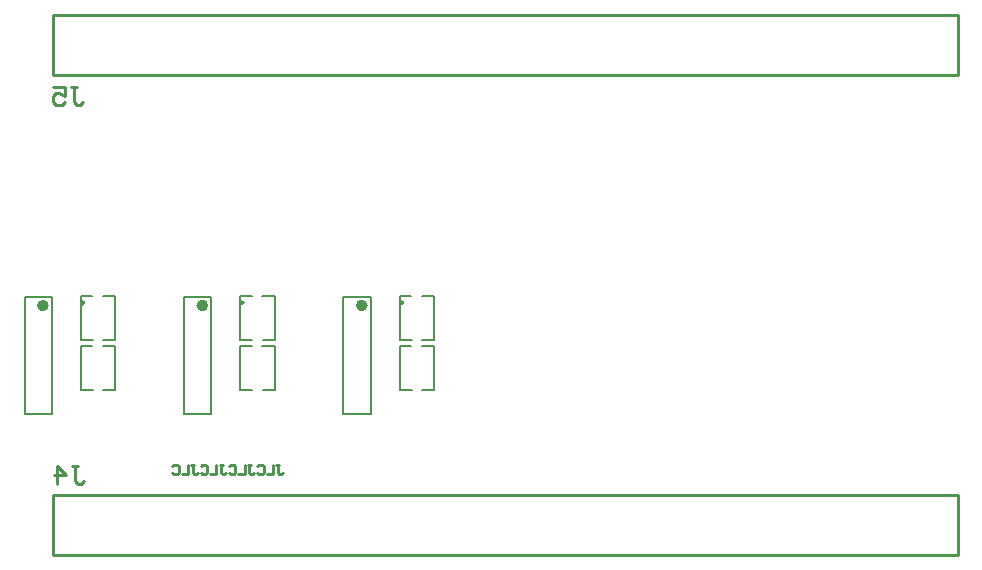
<source format=gbo>
G04*
G04 #@! TF.GenerationSoftware,Altium Limited,Altium Designer,20.2.6 (244)*
G04*
G04 Layer_Color=32896*
%FSLAX25Y25*%
%MOIN*%
G70*
G04*
G04 #@! TF.SameCoordinates,357903E5-7464-4FF3-9603-397411888FB0*
G04*
G04*
G04 #@! TF.FilePolarity,Positive*
G04*
G01*
G75*
%ADD11C,0.01000*%
%ADD14C,0.01968*%
%ADD16C,0.00787*%
%ADD69C,0.00984*%
D11*
X27165Y164488D02*
X327165D01*
X27165Y184488D02*
X327165D01*
X327952Y164488D02*
Y184488D01*
X26378Y164488D02*
Y184488D01*
X327165D02*
X327952D01*
X327165Y164488D02*
X327952D01*
X26378D02*
X27165D01*
X26378Y184488D02*
X27165D01*
X26378Y24488D02*
X27165D01*
X26378Y4488D02*
X27165D01*
X327165D02*
X327952D01*
X327165Y24488D02*
X327952D01*
X26378Y4488D02*
Y24488D01*
X327952Y4488D02*
Y24488D01*
X27165D02*
X327165D01*
X27165Y4488D02*
X327165D01*
X100825Y34550D02*
X101874D01*
X101349D01*
Y31926D01*
X101874Y31402D01*
X102399D01*
X102924Y31926D01*
X99775Y34550D02*
Y31402D01*
X97676D01*
X94527Y34025D02*
X95052Y34550D01*
X96102D01*
X96626Y34025D01*
Y31926D01*
X96102Y31402D01*
X95052D01*
X94527Y31926D01*
X91379Y34550D02*
X92428D01*
X91904D01*
Y31926D01*
X92428Y31402D01*
X92953D01*
X93478Y31926D01*
X90329Y34550D02*
Y31402D01*
X88230D01*
X85082Y34025D02*
X85606Y34550D01*
X86656D01*
X87181Y34025D01*
Y31926D01*
X86656Y31402D01*
X85606D01*
X85082Y31926D01*
X81933Y34550D02*
X82983D01*
X82458D01*
Y31926D01*
X82983Y31402D01*
X83507D01*
X84032Y31926D01*
X80884Y34550D02*
Y31402D01*
X78784D01*
X75636Y34025D02*
X76161Y34550D01*
X77210D01*
X77735Y34025D01*
Y31926D01*
X77210Y31402D01*
X76161D01*
X75636Y31926D01*
X72487Y34550D02*
X73537D01*
X73012D01*
Y31926D01*
X73537Y31402D01*
X74062D01*
X74586Y31926D01*
X71438Y34550D02*
Y31402D01*
X69339D01*
X66190Y34025D02*
X66715Y34550D01*
X67764D01*
X68289Y34025D01*
Y31926D01*
X67764Y31402D01*
X66715D01*
X66190Y31926D01*
X32496Y160479D02*
X34495D01*
X33495D01*
Y155481D01*
X34495Y154481D01*
X35495D01*
X36494Y155481D01*
X26498Y160479D02*
X30496D01*
Y157480D01*
X28497Y158480D01*
X27497D01*
X26498Y157480D01*
Y155481D01*
X27497Y154481D01*
X29497D01*
X30496Y155481D01*
X32867Y33986D02*
X34866D01*
X33866D01*
Y28988D01*
X34866Y27988D01*
X35866D01*
X36865Y28988D01*
X27868Y27988D02*
Y33986D01*
X30867Y30987D01*
X26869D01*
D14*
X130313Y87618D02*
G03*
X130313Y87618I-984J0D01*
G01*
X24014D02*
G03*
X24014Y87618I-984J0D01*
G01*
X77164D02*
G03*
X77164Y87618I-984J0D01*
G01*
D16*
X123237Y90571D02*
X132282D01*
X123237Y51595D02*
Y90571D01*
Y51595D02*
X132282D01*
Y90571D01*
X16938D02*
X25982D01*
X16938Y51595D02*
Y90571D01*
Y51595D02*
X25982D01*
Y90571D01*
X79132Y51595D02*
Y90571D01*
X70087Y51595D02*
X79132D01*
X70087D02*
Y90571D01*
X79132D01*
X35631Y90825D02*
X39567D01*
X35630Y76101D02*
X35631Y90825D01*
X35630Y76101D02*
X39725D01*
X43110Y76103D02*
X47125D01*
X47126Y90827D01*
X43030D02*
X47126D01*
X149330Y74291D02*
X153425D01*
X153424Y59567D02*
X153425Y74291D01*
X149409Y59567D02*
X153424D01*
X141929Y59565D02*
X146024D01*
X141929D02*
X141930Y74289D01*
X145866D01*
X149330Y90826D02*
X153425D01*
X153424Y76102D02*
X153425Y90826D01*
X149409Y76102D02*
X153424D01*
X141929Y76101D02*
X146024D01*
X141929D02*
X141930Y90825D01*
X145866D01*
X96180Y74292D02*
X100275D01*
X100274Y59568D02*
X100275Y74292D01*
X96259Y59568D02*
X100274D01*
X88779Y59566D02*
X92874D01*
X88779D02*
X88780Y74290D01*
X92716D01*
X96180Y90827D02*
X100276D01*
X100275Y76103D02*
X100276Y90827D01*
X96260Y76103D02*
X100275D01*
X88780Y76101D02*
X92875D01*
X88780D02*
X88781Y90825D01*
X92717D01*
X43030Y74291D02*
X47126D01*
X47125Y59567D02*
X47126Y74291D01*
X43110Y59567D02*
X47125D01*
X35630Y59566D02*
X39725D01*
X35630D02*
X35631Y74290D01*
X39567D01*
D69*
X143027Y88583D02*
G03*
X143027Y88583I-492J0D01*
G01*
X36728D02*
G03*
X36728Y88583I-492J0D01*
G01*
X89878D02*
G03*
X89878Y88583I-492J0D01*
G01*
M02*

</source>
